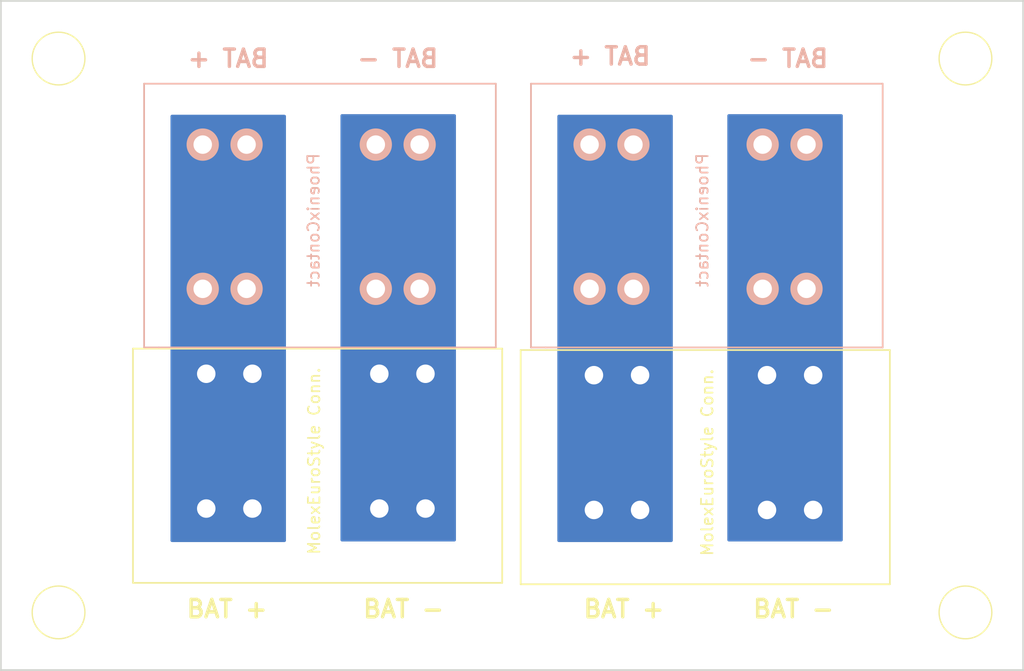
<source format=kicad_pcb>
(kicad_pcb (version 20221018) (generator pcbnew)
  (layers (0 "F.Cu" signal) (31 "B.Cu" signal) (34 "B.Paste" user) (35 "F.Paste" user) (36 "B.SilkS" user "B.Silkscreen") (37 "F.SilkS" user "F.Silkscreen") (38 "B.Mask" user) (39 "F.Mask" user) (44 "Edge.Cuts" user))
  (net 0 "")
  (net 1 "Net-(U1-Pad1)")
  (net 2 "Net-(U1-Pad2)")
  (net 3 "Net-(U3-Pad1)")
  (net 4 "Net-(U3-Pad2)")
  (footprint "USST-footprints:MolexEuroStyleTerminalBlock2Position" (layer "F.Cu") (at 133.45 143.44)
    (fp_text reference "MolexEuroStyle Conn." (at -0.2992 -10.5608 90) (layer "F.SilkS"))
    (fp_text value "PowerConnector" hide)
    (fp_line (start -16 0) (end -16 -20.3) (stroke (width 0.15)) (layer "F.SilkS"))
    (fp_line (start 16 -20.3) (end -16 -20.3) (stroke (width 0.15)) (layer "F.SilkS"))
    (fp_line (start 16 0) (end -16 0) (stroke (width 0.15)) (layer "F.SilkS"))
    (fp_line (start 16 0) (end 16 -20.3) (stroke (width 0.15)) (layer "F.SilkS"))
    (pad "1" thru_hole circle (at -9.65 -18.12) (size 2.8 2.8) (drill 1.6) (layers "*.Cu" "*.Mask") (net 1 "Net-(U1-Pad1)"))
    (pad "1" thru_hole circle (at -9.65 -6.44) (size 2.8 2.8) (drill 1.6) (layers "*.Cu" "*.Mask") (net 1 "Net-(U1-Pad1)"))
    (pad "1" thru_hole circle (at -5.65 -18.12) (size 2.8 2.8) (drill 1.6) (layers "*.Cu" "*.Mask") (net 1 "Net-(U1-Pad1)"))
    (pad "1" thru_hole circle (at -5.65 -6.44) (size 2.8 2.8) (drill 1.6) (layers "*.Cu" "*.Mask") (net 1 "Net-(U1-Pad1)"))
    (pad "2" thru_hole circle (at 5.35 -18.12) (size 2.8 2.8) (drill 1.6) (layers "*.Cu" "*.Mask") (net 2 "Net-(U1-Pad2)"))
    (pad "2" thru_hole circle (at 5.35 -6.44) (size 2.8 2.8) (drill 1.6) (layers "*.Cu" "*.Mask") (net 2 "Net-(U1-Pad2)"))
    (pad "2" thru_hole circle (at 9.35 -18.12) (size 2.8 2.8) (drill 1.6) (layers "*.Cu" "*.Mask") (net 2 "Net-(U1-Pad2)"))
    (pad "2" thru_hole circle (at 9.35 -6.44) (size 2.8 2.8) (drill 1.6) (layers "*.Cu" "*.Mask") (net 2 "Net-(U1-Pad2)"))
  )
  (footprint "USST-footprints:MolexEuroStyleTerminalBlock2Position" (layer "F.Cu") (at 167.05 143.5608)
    (fp_text reference "MolexEuroStyle Conn." (at 0.1728 -10.5608 90) (layer "F.SilkS"))
    (fp_text value "PowerConnector" hide)
    (fp_line (start -16 0) (end -16 -20.3) (stroke (width 0.15)) (layer "F.SilkS"))
    (fp_line (start 16 -20.3) (end -16 -20.3) (stroke (width 0.15)) (layer "F.SilkS"))
    (fp_line (start 16 0) (end -16 0) (stroke (width 0.15)) (layer "F.SilkS"))
    (fp_line (start 16 0) (end 16 -20.3) (stroke (width 0.15)) (layer "F.SilkS"))
    (pad "1" thru_hole circle (at -9.65 -18.12) (size 2.8 2.8) (drill 1.6) (layers "*.Cu" "*.Mask") (net 3 "Net-(U3-Pad1)"))
    (pad "1" thru_hole circle (at -9.65 -6.44) (size 2.8 2.8) (drill 1.6) (layers "*.Cu" "*.Mask") (net 3 "Net-(U3-Pad1)"))
    (pad "1" thru_hole circle (at -5.65 -18.12) (size 2.8 2.8) (drill 1.6) (layers "*.Cu" "*.Mask") (net 3 "Net-(U3-Pad1)"))
    (pad "1" thru_hole circle (at -5.65 -6.44) (size 2.8 2.8) (drill 1.6) (layers "*.Cu" "*.Mask") (net 3 "Net-(U3-Pad1)"))
    (pad "2" thru_hole circle (at 5.35 -18.12) (size 2.8 2.8) (drill 1.6) (layers "*.Cu" "*.Mask") (net 4 "Net-(U3-Pad2)"))
    (pad "2" thru_hole circle (at 5.35 -6.44) (size 2.8 2.8) (drill 1.6) (layers "*.Cu" "*.Mask") (net 4 "Net-(U3-Pad2)"))
    (pad "2" thru_hole circle (at 9.35 -18.12) (size 2.8 2.8) (drill 1.6) (layers "*.Cu" "*.Mask") (net 4 "Net-(U3-Pad2)"))
    (pad "2" thru_hole circle (at 9.35 -6.44) (size 2.8 2.8) (drill 1.6) (layers "*.Cu" "*.Mask") (net 4 "Net-(U3-Pad2)"))
  )
  (footprint "Connect:1pin" (layer "F.Cu") (at 111 98)
    (fp_text reference "REF**" hide)
    (fp_text value "1pin" hide)
    (fp_circle (center 0 0) (end 0 -2.286) (stroke (width 0.12)) (fill none) (layer "F.SilkS"))
    (pad "" np_thru_hole circle (at 0 0) (size 3.2 3.2) (drill 3.2) (layers "*.Cu" "*.Mask"))
  )
  (footprint "Connect:1pin" (layer "F.Cu") (at 189.6 98)
    (fp_text reference "REF**" hide)
    (fp_text value "1pin" hide)
    (fp_circle (center 0 0) (end 0 -2.286) (stroke (width 0.12)) (fill none) (layer "F.SilkS"))
    (pad "" np_thru_hole circle (at 0 0) (size 3.2 3.2) (drill 3.2) (layers "*.Cu" "*.Mask"))
  )
  (footprint "Connect:1pin" (layer "F.Cu") (at 189.6 146)
    (fp_text reference "REF**" hide)
    (fp_text value "1pin" hide)
    (fp_circle (center 0 0) (end 0 -2.286) (stroke (width 0.12)) (fill none) (layer "F.SilkS"))
    (pad "" np_thru_hole circle (at 0 0) (size 3.2 3.2) (drill 3.2) (layers "*.Cu" "*.Mask"))
  )
  (footprint "Connect:1pin" (layer "F.Cu") (at 111 146)
    (fp_text reference "REF**" hide)
    (fp_text value "1pin" hide)
    (fp_circle (center 0 0) (end 0 -2.286) (stroke (width 0.12)) (fill none) (layer "F.SilkS"))
    (pad "" np_thru_hole circle (at 0 0) (size 3.2 3.2) (drill 3.2) (layers "*.Cu" "*.Mask"))
  )
  (footprint "USST-footprints:Phoenix_Contact_1770539" (layer "B.Cu") (at 123.4948 117.9576)
    (fp_text reference "PhoenixContact" (at 9.6052 -5.9576 90) (layer "B.SilkS") (effects (justify mirror)))
    (fp_text value "PowerConnector" hide)
    (fp_line (start -5.08 -17.78) (end -5.08 5.08) (stroke (width 0.15)) (layer "B.SilkS"))
    (fp_line (start -5.08 5.08) (end -3.81 5.08) (stroke (width 0.15)) (layer "B.SilkS"))
    (fp_line (start -3.81 5.08) (end 25.4 5.08) (stroke (width 0.15)) (layer "B.SilkS"))
    (fp_line (start 25.4 -17.78) (end -5.08 -17.78) (stroke (width 0.15)) (layer "B.SilkS"))
    (fp_line (start 25.4 5.08) (end 25.4 -17.78) (stroke (width 0.15)) (layer "B.SilkS"))
    (pad "1" thru_hole circle (at 0 -12.5) (size 2.8 2.8) (drill 1.6) (layers "*.Cu" "*.Mask" "B.SilkS") (net 1 "Net-(U1-Pad1)"))
    (pad "1" thru_hole circle (at 0 0) (size 2.8 2.8) (drill 1.6) (layers "*.Cu" "*.Mask" "B.SilkS") (net 1 "Net-(U1-Pad1)"))
    (pad "1" thru_hole circle (at 3.8 -12.5) (size 2.8 2.8) (drill 1.6) (layers "*.Cu" "*.Mask" "B.SilkS") (net 1 "Net-(U1-Pad1)"))
    (pad "1" thru_hole circle (at 3.8 0) (size 2.8 2.8) (drill 1.6) (layers "*.Cu" "*.Mask" "B.SilkS") (net 1 "Net-(U1-Pad1)"))
    (pad "2" thru_hole circle (at 15 -12.5) (size 2.8 2.8) (drill 1.6) (layers "*.Cu" "*.Mask" "B.SilkS") (net 2 "Net-(U1-Pad2)"))
    (pad "2" thru_hole circle (at 15 0) (size 2.8 2.8) (drill 1.6) (layers "*.Cu" "*.Mask" "B.SilkS") (net 2 "Net-(U1-Pad2)"))
    (pad "2" thru_hole circle (at 18.8 -12.5) (size 2.8 2.8) (drill 1.6) (layers "*.Cu" "*.Mask" "B.SilkS") (net 2 "Net-(U1-Pad2)"))
    (pad "2" thru_hole circle (at 18.8 0) (size 2.8 2.8) (drill 1.6) (layers "*.Cu" "*.Mask" "B.SilkS") (net 2 "Net-(U1-Pad2)"))
  )
  (footprint "USST-footprints:Phoenix_Contact_1770539" (layer "B.Cu") (at 157.0228 117.9576)
    (fp_text reference "PhoenixContact" (at 9.7772 -5.9576 90) (layer "B.SilkS") (effects (justify mirror)))
    (fp_text value "PowerConnector" hide)
    (fp_line (start -5.08 -17.78) (end -5.08 5.08) (stroke (width 0.15)) (layer "B.SilkS"))
    (fp_line (start -5.08 5.08) (end -3.81 5.08) (stroke (width 0.15)) (layer "B.SilkS"))
    (fp_line (start -3.81 5.08) (end 25.4 5.08) (stroke (width 0.15)) (layer "B.SilkS"))
    (fp_line (start 25.4 -17.78) (end -5.08 -17.78) (stroke (width 0.15)) (layer "B.SilkS"))
    (fp_line (start 25.4 5.08) (end 25.4 -17.78) (stroke (width 0.15)) (layer "B.SilkS"))
    (pad "1" thru_hole circle (at 0 -12.5) (size 2.8 2.8) (drill 1.6) (layers "*.Cu" "*.Mask" "B.SilkS") (net 3 "Net-(U3-Pad1)"))
    (pad "1" thru_hole circle (at 0 0) (size 2.8 2.8) (drill 1.6) (layers "*.Cu" "*.Mask" "B.SilkS") (net 3 "Net-(U3-Pad1)"))
    (pad "1" thru_hole circle (at 3.8 -12.5) (size 2.8 2.8) (drill 1.6) (layers "*.Cu" "*.Mask" "B.SilkS") (net 3 "Net-(U3-Pad1)"))
    (pad "1" thru_hole circle (at 3.8 0) (size 2.8 2.8) (drill 1.6) (layers "*.Cu" "*.Mask" "B.SilkS") (net 3 "Net-(U3-Pad1)"))
    (pad "2" thru_hole circle (at 15 -12.5) (size 2.8 2.8) (drill 1.6) (layers "*.Cu" "*.Mask" "B.SilkS") (net 4 "Net-(U3-Pad2)"))
    (pad "2" thru_hole circle (at 15 0) (size 2.8 2.8) (drill 1.6) (layers "*.Cu" "*.Mask" "B.SilkS") (net 4 "Net-(U3-Pad2)"))
    (pad "2" thru_hole circle (at 18.8 -12.5) (size 2.8 2.8) (drill 1.6) (layers "*.Cu" "*.Mask" "B.SilkS") (net 4 "Net-(U3-Pad2)"))
    (pad "2" thru_hole circle (at 18.8 0) (size 2.8 2.8) (drill 1.6) (layers "*.Cu" "*.Mask" "B.SilkS") (net 4 "Net-(U3-Pad2)"))
  )
  (gr_line (start 194.6 151) (end 106 151) (stroke (width 0.15)) (layer "Edge.Cuts"))
  (gr_line (start 106 93) (end 194.6 93) (stroke (width 0.15)) (layer "Edge.Cuts"))
  (gr_line (start 106 151) (end 106 93) (stroke (width 0.15)) (layer "Edge.Cuts"))
  (gr_line (start 194.6 93) (end 194.6 151) (stroke (width 0.15)) (layer "Edge.Cuts"))
  (gr_text "BAT +" (at 158.8 97.8) (layer "B.SilkS") (effects (font (size 1.5 1.5) (thickness 0.3)) (justify mirror)))
  (gr_text "BAT +" (at 125.7 98) (layer "B.SilkS") (effects (font (size 1.5 1.5) (thickness 0.3)) (justify mirror)))
  (gr_text "BAT -" (at 174.2 98) (layer "B.SilkS") (effects (font (size 1.5 1.5) (thickness 0.3)) (justify mirror)))
  (gr_text "BAT -" (at 140.4 98) (layer "B.SilkS") (effects (font (size 1.5 1.5) (thickness 0.3)) (justify mirror)))
  (gr_text "BAT +" (at 125.6 145.7) (layer "F.SilkS") (effects (font (size 1.5 1.5) (thickness 0.3))))
  (gr_text "BAT -" (at 140.9 145.7) (layer "F.SilkS") (effects (font (size 1.5 1.5) (thickness 0.3))))
  (gr_text "BAT -" (at 174.7 145.7) (layer "F.SilkS") (effects (font (size 1.5 1.5) (thickness 0.3))))
  (gr_text "BAT +" (at 160 145.7) (layer "F.SilkS") (effects (font (size 1.5 1.5) (thickness 0.3))))
  (zone (net 1) (net_name "Net-(U1-Pad1)") (layer "B.Cu") (connect_pads yes (clearance 0.508)) (min_thickness 0.254) (fill yes (thermal_gap 0.508) (thermal_bridge_width 0.508))
    (polygon (pts (xy 130.7084 139.9032) (xy 120.7008 139.9032) (xy 120.7008 102.87) (xy 130.7084 102.87)))
  )
  (zone (net 2) (net_name "Net-(U1-Pad2)") (layer "B.Cu") (connect_pads yes (clearance 0.508)) (min_thickness 0.254) (fill yes (thermal_gap 0.508) (thermal_bridge_width 0.508))
    (polygon (pts (xy 145.4404 139.8524) (xy 135.4328 139.8524) (xy 135.4328 102.8192) (xy 145.4404 102.8192)))
  )
  (zone (net 3) (net_name "Net-(U3-Pad1)") (layer "B.Cu") (connect_pads yes (clearance 0.508)) (min_thickness 0.254) (fill yes (thermal_gap 0.508) (thermal_bridge_width 0.508))
    (polygon (pts (xy 164.2364 139.9032) (xy 154.2288 139.9032) (xy 154.2288 102.87) (xy 164.2364 102.87)))
  )
  (zone (net 4) (net_name "Net-(U3-Pad2)") (layer "B.Cu") (connect_pads yes (clearance 0.508)) (min_thickness 0.254) (fill yes (thermal_gap 0.508) (thermal_bridge_width 0.508))
    (polygon (pts (xy 178.9684 139.8524) (xy 168.9608 139.8524) (xy 168.9608 102.8192) (xy 178.9684 102.8192)))
  )
)
</source>
